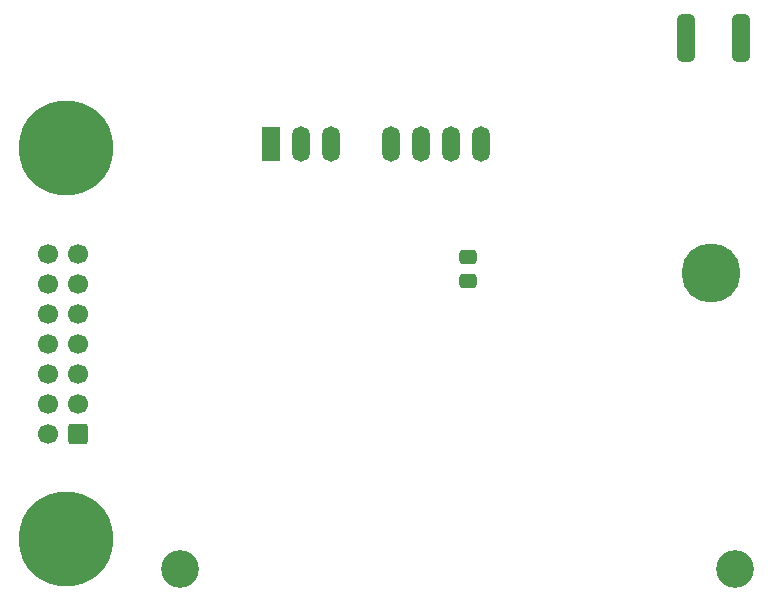
<source format=gbr>
%TF.GenerationSoftware,KiCad,Pcbnew,(6.0.1)*%
%TF.CreationDate,2022-08-22T15:24:12+03:00*%
%TF.ProjectId,Driver_Board,44726976-6572-45f4-926f-6172642e6b69,rev?*%
%TF.SameCoordinates,Original*%
%TF.FileFunction,Soldermask,Bot*%
%TF.FilePolarity,Negative*%
%FSLAX46Y46*%
G04 Gerber Fmt 4.6, Leading zero omitted, Abs format (unit mm)*
G04 Created by KiCad (PCBNEW (6.0.1)) date 2022-08-22 15:24:12*
%MOMM*%
%LPD*%
G01*
G04 APERTURE LIST*
G04 Aperture macros list*
%AMRoundRect*
0 Rectangle with rounded corners*
0 $1 Rounding radius*
0 $2 $3 $4 $5 $6 $7 $8 $9 X,Y pos of 4 corners*
0 Add a 4 corners polygon primitive as box body*
4,1,4,$2,$3,$4,$5,$6,$7,$8,$9,$2,$3,0*
0 Add four circle primitives for the rounded corners*
1,1,$1+$1,$2,$3*
1,1,$1+$1,$4,$5*
1,1,$1+$1,$6,$7*
1,1,$1+$1,$8,$9*
0 Add four rect primitives between the rounded corners*
20,1,$1+$1,$2,$3,$4,$5,0*
20,1,$1+$1,$4,$5,$6,$7,0*
20,1,$1+$1,$6,$7,$8,$9,0*
20,1,$1+$1,$8,$9,$2,$3,0*%
G04 Aperture macros list end*
%ADD10RoundRect,0.375000X-0.375000X-1.625000X0.375000X-1.625000X0.375000X1.625000X-0.375000X1.625000X0*%
%ADD11RoundRect,0.250000X0.600000X0.600000X-0.600000X0.600000X-0.600000X-0.600000X0.600000X-0.600000X0*%
%ADD12C,1.700000*%
%ADD13C,8.000000*%
%ADD14C,5.000000*%
%ADD15C,3.200000*%
%ADD16R,1.500000X3.000000*%
%ADD17O,1.500000X3.000000*%
%ADD18RoundRect,0.250000X0.475000X-0.337500X0.475000X0.337500X-0.475000X0.337500X-0.475000X-0.337500X0*%
G04 APERTURE END LIST*
D10*
%TO.C,J3*%
X116504000Y-52070000D03*
X121204000Y-52070000D03*
%TD*%
D11*
%TO.C,J1*%
X65014500Y-85598000D03*
D12*
X62474500Y-85598000D03*
X65014500Y-83058000D03*
X62474500Y-83058000D03*
X65014500Y-80518000D03*
X62474500Y-80518000D03*
X65014500Y-77978000D03*
X62474500Y-77978000D03*
X65014500Y-75438000D03*
X62474500Y-75438000D03*
X65014500Y-72898000D03*
X62474500Y-72898000D03*
X65014500Y-70358000D03*
X62474500Y-70358000D03*
D13*
X63994500Y-61418000D03*
X63994500Y-94538000D03*
%TD*%
D14*
%TO.C,J4*%
X118618000Y-72027000D03*
%TD*%
D15*
%TO.C,H3*%
X73660000Y-97028000D03*
%TD*%
D16*
%TO.C,U1*%
X81412500Y-61084000D03*
D17*
X83952500Y-61084000D03*
X86492500Y-61084000D03*
X91572500Y-61084000D03*
X94112500Y-61084000D03*
X96652500Y-61084000D03*
X99192500Y-61084000D03*
%TD*%
D15*
%TO.C,H1*%
X120650000Y-97028000D03*
%TD*%
D18*
%TO.C,C2*%
X98044000Y-72665500D03*
X98044000Y-70590500D03*
%TD*%
M02*

</source>
